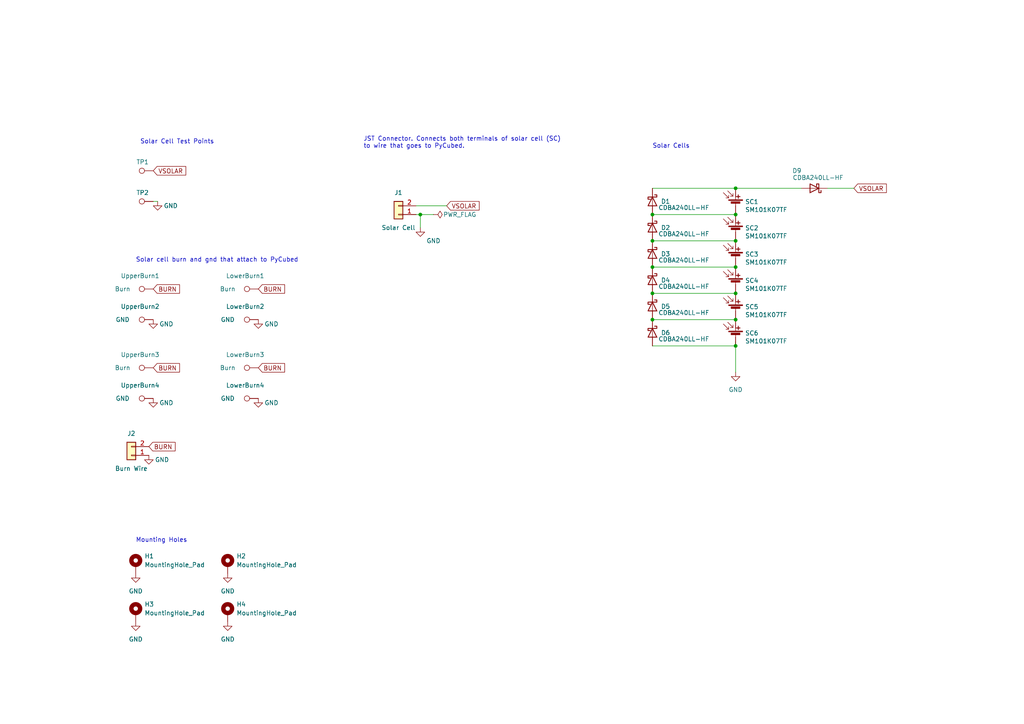
<source format=kicad_sch>
(kicad_sch (version 20211123) (generator eeschema)
  (paper "A4")
  (title_block (title "Solar Cell PCBs ") (date "2022-12-18") (rev "1"))
  (lib_symbols
    (symbol "Connector:TestPoint" (pin_numbers hide) (pin_names (offset 0.762) hide)
      (property "Reference" "TP" (at 0 6.858 0))
      (property "Value" "TestPoint" (at 0 5.08 0))
      (symbol "TestPoint_0_1"
        (circle (center 0 3.302) (radius 0.762))
      )
      (symbol "TestPoint_1_1"
        (pin passive line (at 0 0 90) (length 2.54) (name "1") (number "1"))
      )
    )
    (symbol "Connector_Generic:Conn_01x02" (pin_names (offset 1.016) hide)
      (property "Reference" "J" (at 0 2.54 0))
      (property "Value" "Conn_01x02" (at 0 -5.08 0))
      (symbol "Conn_01x02_1_1"
        (rectangle (start -1.27 -2.413) (end 0 -2.667) (stroke (width 0.1524)))
        (rectangle (start -1.27 0.127) (end 0 -0.127) (stroke (width 0.1524)))
        (rectangle (start -1.27 1.27) (end 1.27 -3.81) (stroke (width 0.254)) (fill (type background)))
        (pin passive line (at -5.08 0 0) (length 3.81) (name "Pin_1") (number "1"))
        (pin passive line (at -5.08 -2.54 0) (length 3.81) (name "Pin_2") (number "2"))
      )
    )
    (symbol "Device:D_Schottky" (pin_numbers hide) (pin_names (offset 1.016) hide)
      (property "Reference" "D" (at 0 2.54 0))
      (property "Value" "D_Schottky" (at 0 -2.54 0))
      (symbol "D_Schottky_0_1"
        (polyline (pts (xy 1.27 0) (xy -1.27 0)))
        (polyline (pts (xy 1.27 1.27) (xy 1.27 -1.27) (xy -1.27 0) (xy 1.27 1.27)) (stroke (width 0.254)))
        (polyline (pts (xy -1.905 0.635) (xy -1.905 1.27) (xy -1.27 1.27) (xy -1.27 -1.27) (xy -0.635 -1.27) (xy -0.635 -0.635)) (stroke (width 0.254)))
      )
      (symbol "D_Schottky_1_1"
        (pin passive line (at -3.81 0 0) (length 2.54) (name "K") (number "1"))
        (pin passive line (at 3.81 0 180) (length 2.54) (name "A") (number "2"))
      )
    )
    (symbol "Device:Solar_Cell" (pin_numbers hide) (pin_names (offset 0) hide)
      (property "Reference" "SC" (at 2.54 2.54 0))
      (property "Value" "Solar_Cell" (at 2.54 0 0))
      (symbol "Solar_Cell_0_1"
        (rectangle (start -2.032 1.778) (end 2.032 1.524) (fill (type outline)))
        (rectangle (start -1.3208 1.1938) (end 1.27 0.6858) (fill (type outline)))
        (polyline (pts (xy -2.032 2.286) (xy -3.556 3.81)))
        (polyline (pts (xy -0.762 2.794) (xy -2.286 4.318)))
        (polyline (pts (xy 0 0.762) (xy 0 0)))
        (polyline (pts (xy 0 1.778) (xy 0 2.54)))
        (polyline (pts (xy 0.254 2.667) (xy 1.27 2.667)) (stroke (width 0.254)))
        (polyline (pts (xy 0.762 3.175) (xy 0.762 2.159)) (stroke (width 0.254)))
        (polyline (pts (xy -2.032 3.048) (xy -2.032 2.286) (xy -2.794 2.286)))
        (polyline (pts (xy -0.762 3.556) (xy -0.762 2.794) (xy -1.524 2.794)))
      )
      (symbol "Solar_Cell_1_1"
        (pin passive line (at 0 5.08 270) (length 2.54) (name "+") (number "1"))
        (pin passive line (at 0 -2.54 90) (length 2.54) (name "-") (number "2"))
      )
    )
    (symbol "Mechanical:MountingHole_Pad" (pin_numbers hide) (pin_names (offset 1.016) hide)
      (property "Reference" "H" (at 0 6.35 0))
      (property "Value" "MountingHole_Pad" (at 0 4.445 0))
      (symbol "MountingHole_Pad_0_1"
        (circle (center 0 1.27) (radius 1.27) (stroke (width 1.27)))
      )
      (symbol "MountingHole_Pad_1_1"
        (pin input line (at 0 -2.54 90) (length 2.54) (name "1") (number "1"))
      )
    )
    (symbol "power:GND" (power) (pin_names (offset 0))
      (property "Value" "GND" (at 0 -3.81 0))
      (symbol "GND_0_1"
        (polyline (pts (xy 0 0) (xy 0 -1.27) (xy 1.27 -1.27) (xy 0 -2.54) (xy -1.27 -1.27) (xy 0 -1.27)))
      )
      (symbol "GND_1_1"
        (pin power_in line (at 0 0 270) (length 0) hide (name "GND") (number "1"))
      )
    )
    (symbol "power:PWR_FLAG" (power) (pin_numbers hide) (pin_names (offset 0) hide)
      (property "Value" "PWR_FLAG" (at 0 3.81 0))
      (symbol "PWR_FLAG_0_0"
        (pin power_out line (at 0 0 90) (length 0) (name "pwr") (number "1"))
      )
      (symbol "PWR_FLAG_0_1"
        (polyline (pts (xy 0 0) (xy 0 1.27) (xy -1.016 1.905) (xy 0 2.54) (xy 1.016 1.905) (xy 0 1.27)))
      )
    )
  )
  (junction (at 213.36 85.09))
  (junction (at 213.36 62.23))
  (junction (at 189.23 77.47))
  (junction (at 189.23 92.71))
  (junction (at 213.36 92.71))
  (junction (at 189.23 62.23))
  (junction (at 213.36 69.85))
  (junction (at 121.92 62.23))
  (junction (at 189.23 69.85))
  (junction (at 213.36 54.61))
  (junction (at 189.23 85.09))
  (junction (at 213.36 100.33))
  (junction (at 213.36 77.47))
  (wire (pts (xy 240.03 54.61) (xy 247.65 54.61)))
  (wire (pts (xy 213.36 99.06) (xy 213.36 100.33)))
  (wire (pts (xy 45.72 58.42) (xy 44.45 58.42)))
  (wire (pts (xy 189.23 100.33) (xy 213.36 100.33)))
  (wire (pts (xy 120.65 62.23) (xy 121.92 62.23)))
  (wire (pts (xy 213.36 107.95) (xy 213.36 100.33)))
  (wire (pts (xy 189.23 69.85) (xy 213.36 69.85)))
  (wire (pts (xy 189.23 62.23) (xy 213.36 62.23)))
  (wire (pts (xy 121.92 62.23) (xy 121.92 66.04)))
  (wire (pts (xy 189.23 54.61) (xy 213.36 54.61)))
  (wire (pts (xy 189.23 92.71) (xy 213.36 92.71)))
  (wire (pts (xy 121.92 62.23) (xy 125.73 62.23)))
  (wire (pts (xy 189.23 77.47) (xy 213.36 77.47)))
  (wire (pts (xy 189.23 85.09) (xy 213.36 85.09)))
  (wire (pts (xy 129.54 59.69) (xy 120.65 59.69)))
  (wire (pts (xy 232.41 54.61) (xy 213.36 54.61)))
  (text "Solar cell burn and gnd that attach to PyCubed\n" (at 39.37 76.2 0) (effects (font (size 1.27 1.27)) (justify left bottom)))
  (text "Solar Cell Test Points" (at 40.64 41.91 0) (effects (font (size 1.27 1.27)) (justify left bottom)))
  (text "Mounting Holes" (at 39.37 157.48 0) (effects (font (size 1.27 1.27)) (justify left bottom)))
  (text "Solar Cells" (at 189.23 43.18 0) (effects (font (size 1.27 1.27)) (justify left bottom)))
  (text "JST Connector. Connects both terminals of solar cell (SC)\nto wire that goes to PyCubed." (at 105.41 43.18 0) (effects (font (size 1.27 1.27)) (justify left bottom)))
  (global_label "BURN" (shape input) (at 44.45 83.82 0) (property "Intersheet References" "${INTERSHEET_REFS}" (effects hide)))
  (global_label "VSOLAR" (shape input) (at 129.54 59.69 0) (property "Intersheet References" "${INTERSHEET_REFS}" (effects hide)))
  (global_label "BURN" (shape input) (at 44.45 106.68 0) (property "Intersheet References" "${INTERSHEET_REFS}" (effects hide)))
  (global_label "BURN" (shape input) (at 74.93 83.82 0) (property "Intersheet References" "${INTERSHEET_REFS}" (effects hide)))
  (global_label "VSOLAR" (shape input) (at 44.45 49.53 0) (property "Intersheet References" "${INTERSHEET_REFS}" (effects hide)))
  (global_label "BURN" (shape input) (at 74.93 106.68 0) (property "Intersheet References" "${INTERSHEET_REFS}" (effects hide)))
  (global_label "BURN" (shape input) (at 43.18 129.54 0) (property "Intersheet References" "${INTERSHEET_REFS}" (effects hide)))
  (global_label "VSOLAR" (shape input) (at 247.65 54.61 0) (property "Intersheet References" "${INTERSHEET_REFS}" (effects hide)))
  (symbol (lib_id "Device:D_Schottky") (at 189.23 88.9 270) (unit 1)
    (property "Reference" "D5" (at 193.04 88.9 90))
    (property "Value" "CDBA240LL-HF" (at 205.74 91.44 90) (effects (justify right bottom)))
    (property "Footprint" "ISP:DO-214AC" (effects hide))
  )
  (symbol (lib_id "Connector:TestPoint") (at 74.93 106.68 90) (unit 1)
    (property "Reference" "LowerBurn3" (at 71.12 102.87 90))
    (property "Value" "Burn" (at 66.04 106.68 90))
    (property "Footprint" "TestPoint:TestPoint_THTPad_2.0x2.0mm_Drill1.0mm" (effects hide))
  )
  (symbol (lib_id "power:GND") (at 66.04 166.37 0) (unit 1)
    (property "Reference" "#PWR?" (effects hide))
    (property "Value" "GND" (at 66.04 171.45 0))
  )
  (symbol (lib_id "Device:Solar_Cell") (at 213.36 90.17 0) (unit 1)
    (property "Reference" "SC5" (at 216.1032 89.0016 0) (effects (justify left)))
    (property "Value" "SM101K07TF" (at 216.1032 91.313 0) (effects (justify left)))
    (property "Footprint" "ISP:SM101K07TF" (effects hide))
  )
  (symbol (lib_id "Device:Solar_Cell") (at 213.36 97.79 0) (unit 1)
    (property "Reference" "SC6" (at 216.1032 96.6216 0) (effects (justify left)))
    (property "Value" "SM101K07TF" (at 216.1032 98.933 0) (effects (justify left)))
    (property "Footprint" "ISP:SM101K07TF" (effects hide))
  )
  (symbol (lib_id "Connector:TestPoint") (at 44.45 115.57 90) (unit 1)
    (property "Reference" "UpperBurn4" (at 40.64 111.76 90))
    (property "Value" "GND" (at 35.56 115.57 90))
    (property "Footprint" "TestPoint:TestPoint_THTPad_2.0x2.0mm_Drill1.0mm" (effects hide))
  )
  (symbol (lib_id "power:GND") (at 44.45 92.71 0) (unit 1)
    (property "Reference" "#PWR0101" (effects hide))
    (property "Value" "GND" (at 48.26 93.98 0))
  )
  (symbol (lib_id "Connector:TestPoint") (at 74.93 115.57 90) (unit 1)
    (property "Reference" "LowerBurn4" (at 71.12 111.76 90))
    (property "Value" "GND" (at 66.04 115.57 90))
    (property "Footprint" "TestPoint:TestPoint_THTPad_2.0x2.0mm_Drill1.0mm" (effects hide))
  )
  (symbol (lib_id "power:GND") (at 43.18 132.08 0) (unit 1)
    (property "Reference" "#PWR0102" (effects hide))
    (property "Value" "GND" (at 46.99 133.35 0))
  )
  (symbol (lib_id "power:GND") (at 213.36 107.95 0) (unit 1)
    (property "Reference" "#PWR0106" (effects hide))
    (property "Value" "GND" (at 213.36 113.03 0))
  )
  (symbol (lib_id "Connector_Generic:Conn_01x02") (at 38.1 132.08 180) (unit 1)
    (property "Reference" "J2" (at 38.1 125.73 0))
    (property "Value" "Burn Wire" (at 38.1 135.89 0))
    (property "Footprint" "Molex_PicoLock_2p_2mm_2053380002:2053380002" (effects hide))
  )
  (symbol (lib_id "power:GND") (at 39.37 166.37 0) (unit 1)
    (property "Reference" "#PWR0111" (effects hide))
    (property "Value" "GND" (at 39.37 171.45 0))
  )
  (symbol (lib_id "Mechanical:MountingHole_Pad") (at 66.04 177.8 0) (unit 1)
    (property "Reference" "H4" (at 68.58 175.2599 0) (effects (justify left)))
    (property "Value" "MountingHole_Pad" (at 68.58 177.7999 0) (effects (justify left)))
    (property "Footprint" "MountingHole:MountingHole_3.2mm_M3_DIN965_Pad" (effects hide))
  )
  (symbol (lib_id "Device:D_Schottky") (at 189.23 96.52 270) (unit 1)
    (property "Reference" "D6" (at 193.04 96.52 90))
    (property "Value" "CDBA240LL-HF" (at 205.74 99.06 90) (effects (justify right bottom)))
    (property "Footprint" "ISP:DO-214AC" (effects hide))
  )
  (symbol (lib_id "Device:D_Schottky") (at 189.23 66.04 270) (unit 1)
    (property "Reference" "D2" (at 193.04 66.04 90))
    (property "Value" "CDBA240LL-HF" (at 205.74 68.58 90) (effects (justify right bottom)))
    (property "Footprint" "ISP:DO-214AC" (effects hide))
  )
  (symbol (lib_id "power:PWR_FLAG") (at 125.73 62.23 270) (unit 1)
    (property "Reference" "#U0101" (effects hide))
    (property "Value" "PWR_FLAG" (at 133.35 62.23 90))
  )
  (symbol (lib_id "power:GND") (at 39.37 180.34 0) (unit 1)
    (property "Reference" "#PWR?" (effects hide))
    (property "Value" "GND" (at 39.37 185.42 0))
  )
  (symbol (lib_id "Mechanical:MountingHole_Pad") (at 39.37 163.83 0) (unit 1)
    (property "Reference" "H1" (at 41.91 161.2899 0) (effects (justify left)))
    (property "Value" "MountingHole_Pad" (at 41.91 163.8299 0) (effects (justify left)))
    (property "Footprint" "MountingHole:MountingHole_3.2mm_M3_DIN965_Pad" (effects hide))
  )
  (symbol (lib_id "Connector:TestPoint") (at 44.45 58.42 90) (unit 1)
    (property "Reference" "TP2" (at 43.18 55.88 90) (effects (justify left)))
    (property "Value" "SC-" (effects hide))
    (property "Footprint" "TestPoint:TestPoint_Loop_D1.80mm_Drill1.0mm_Beaded" (effects hide))
    (property "DNP" "DNP" (effects hide))
  )
  (symbol (lib_id "power:GND") (at 44.45 115.57 0) (unit 1)
    (property "Reference" "#PWR0104" (effects hide))
    (property "Value" "GND" (at 48.26 116.84 0))
  )
  (symbol (lib_id "Connector:TestPoint") (at 44.45 83.82 90) (unit 1)
    (property "Reference" "UpperBurn1" (at 40.64 80.01 90))
    (property "Value" "Burn" (at 35.56 83.82 90))
    (property "Footprint" "TestPoint:TestPoint_THTPad_2.0x2.0mm_Drill1.0mm" (effects hide))
  )
  (symbol (lib_id "Mechanical:MountingHole_Pad") (at 39.37 177.8 0) (unit 1)
    (property "Reference" "H3" (at 41.91 175.2599 0) (effects (justify left)))
    (property "Value" "MountingHole_Pad" (at 41.91 177.7999 0) (effects (justify left)))
    (property "Footprint" "MountingHole:MountingHole_3.2mm_M3_DIN965_Pad" (effects hide))
  )
  (symbol (lib_id "power:GND") (at 74.93 92.71 0) (unit 1)
    (property "Reference" "#PWR0103" (effects hide))
    (property "Value" "GND" (at 78.74 93.98 0))
  )
  (symbol (lib_id "power:GND") (at 121.92 66.04 0) (unit 1)
    (property "Reference" "#PWR0107" (effects hide))
    (property "Value" "GND" (at 125.73 69.85 0))
  )
  (symbol (lib_id "Device:D_Schottky") (at 189.23 58.42 270) (unit 1)
    (property "Reference" "D1" (at 193.04 58.42 90))
    (property "Value" "CDBA240LL-HF" (at 205.74 60.96 90) (effects (justify right bottom)))
    (property "Footprint" "ISP:DO-214AC" (effects hide))
  )
  (symbol (lib_id "Connector:TestPoint") (at 44.45 106.68 90) (unit 1)
    (property "Reference" "UpperBurn3" (at 40.64 102.87 90))
    (property "Value" "Burn" (at 35.56 106.68 90))
    (property "Footprint" "TestPoint:TestPoint_THTPad_2.0x2.0mm_Drill1.0mm" (effects hide))
  )
  (symbol (lib_id "Device:Solar_Cell") (at 213.36 74.93 0) (unit 1)
    (property "Reference" "SC3" (at 216.1032 73.7616 0) (effects (justify left)))
    (property "Value" "SM101K07TF" (at 216.1032 76.073 0) (effects (justify left)))
    (property "Footprint" "ISP:SM101K07TF" (effects hide))
  )
  (symbol (lib_id "Device:D_Schottky") (at 189.23 81.28 270) (unit 1)
    (property "Reference" "D4" (at 193.04 81.28 90))
    (property "Value" "CDBA240LL-HF" (at 205.74 83.82 90) (effects (justify right bottom)))
    (property "Footprint" "ISP:DO-214AC" (effects hide))
  )
  (symbol (lib_id "Device:D_Schottky") (at 189.23 73.66 270) (unit 1)
    (property "Reference" "D3" (at 193.04 73.66 90))
    (property "Value" "CDBA240LL-HF" (at 205.74 76.2 90) (effects (justify right bottom)))
    (property "Footprint" "ISP:DO-214AC" (effects hide))
  )
  (symbol (lib_id "Connector_Generic:Conn_01x02") (at 115.57 62.23 180) (unit 1)
    (property "Reference" "J1" (at 115.57 55.88 0))
    (property "Value" "Solar Cell" (at 115.57 66.04 0))
    (property "Footprint" "Molex_PicoLock_2p_2mm_2053380002:2053380002" (effects hide))
  )
  (symbol (lib_id "power:GND") (at 45.72 58.42 0) (unit 1)
    (property "Reference" "#PWR0109" (effects hide))
    (property "Value" "GND" (at 49.53 59.69 0))
  )
  (symbol (lib_id "Device:Solar_Cell") (at 213.36 59.69 0) (unit 1)
    (property "Reference" "SC1" (at 216.1032 58.5216 0) (effects (justify left)))
    (property "Value" "SM101K07TF" (at 216.1032 60.833 0) (effects (justify left)))
    (property "Footprint" "ISP:SM101K07TF" (effects hide))
  )
  (symbol (lib_id "Connector:TestPoint") (at 44.45 49.53 90) (unit 1)
    (property "Reference" "TP1" (at 43.18 46.99 90) (effects (justify left)))
    (property "Value" "SC+" (effects hide))
    (property "Footprint" "TestPoint:TestPoint_Loop_D1.80mm_Drill1.0mm_Beaded" (effects hide))
    (property "DNP" "DNP" (effects hide))
  )
  (symbol (lib_id "Device:D_Schottky") (at 236.22 54.61 180) (unit 1)
    (property "Reference" "D9" (at 231.14 49.53 0))
    (property "Value" "CDBA240LL-HF" (at 229.87 50.8 0) (effects (justify right bottom)))
    (property "Footprint" "ISP:DO-214AC" (effects hide))
  )
  (symbol (lib_id "power:GND") (at 74.93 115.57 0) (unit 1)
    (property "Reference" "#PWR0105" (effects hide))
    (property "Value" "GND" (at 78.74 116.84 0))
  )
  (symbol (lib_id "Connector:TestPoint") (at 74.93 83.82 90) (unit 1)
    (property "Reference" "LowerBurn1" (at 71.12 80.01 90))
    (property "Value" "Burn" (at 66.04 83.82 90))
    (property "Footprint" "TestPoint:TestPoint_THTPad_2.0x2.0mm_Drill1.0mm" (effects hide))
  )
  (symbol (lib_id "Device:Solar_Cell") (at 213.36 67.31 0) (unit 1)
    (property "Reference" "SC2" (at 216.1032 66.1416 0) (effects (justify left)))
    (property "Value" "SM101K07TF" (at 216.1032 68.453 0) (effects (justify left)))
    (property "Footprint" "ISP:SM101K07TF" (effects hide))
  )
  (symbol (lib_id "Device:Solar_Cell") (at 213.36 82.55 0) (unit 1)
    (property "Reference" "SC4" (at 216.1032 81.3816 0) (effects (justify left)))
    (property "Value" "SM101K07TF" (at 216.1032 83.693 0) (effects (justify left)))
    (property "Footprint" "ISP:SM101K07TF" (effects hide))
  )
  (symbol (lib_id "power:GND") (at 66.04 180.34 0) (unit 1)
    (property "Reference" "#PWR?" (effects hide))
    (property "Value" "GND" (at 66.04 185.42 0))
  )
  (symbol (lib_id "Connector:TestPoint") (at 74.93 92.71 90) (unit 1)
    (property "Reference" "LowerBurn2" (at 71.12 88.9 90))
    (property "Value" "GND" (at 66.04 92.71 90))
    (property "Footprint" "TestPoint:TestPoint_THTPad_2.0x2.0mm_Drill1.0mm" (effects hide))
  )
  (symbol (lib_id "Mechanical:MountingHole_Pad") (at 66.04 163.83 0) (unit 1)
    (property "Reference" "H2" (at 68.58 161.2899 0) (effects (justify left)))
    (property "Value" "MountingHole_Pad" (at 68.58 163.8299 0) (effects (justify left)))
    (property "Footprint" "MountingHole:MountingHole_3.2mm_M3_DIN965_Pad" (effects hide))
  )
  (symbol (lib_id "Connector:TestPoint") (at 44.45 92.71 90) (unit 1)
    (property "Reference" "UpperBurn2" (at 40.64 88.9 90))
    (property "Value" "GND" (at 35.56 92.71 90))
    (property "Footprint" "TestPoint:TestPoint_THTPad_2.0x2.0mm_Drill1.0mm" (effects hide))
  )
)
</source>
